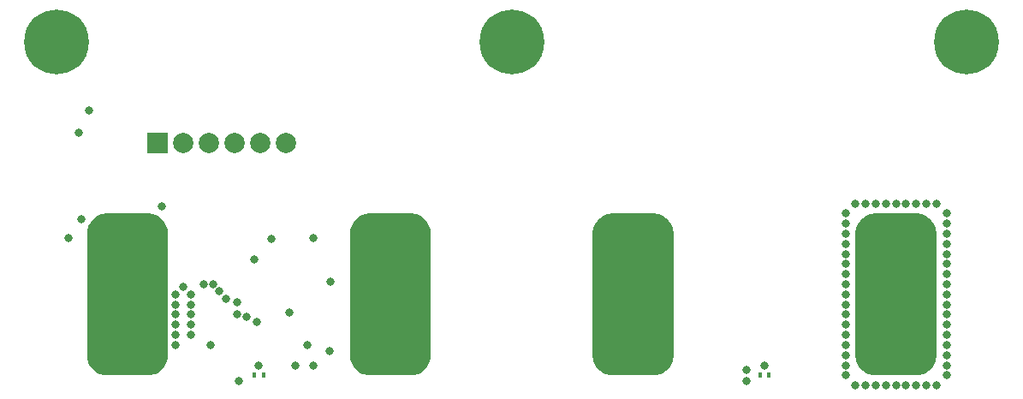
<source format=gbs>
G04 #@! TF.GenerationSoftware,KiCad,Pcbnew,5.0-dev-unknown-bc6763e~61~ubuntu16.04.1*
G04 #@! TF.CreationDate,2018-04-03T01:47:12-04:00*
G04 #@! TF.ProjectId,SB-4S5A,53422D345335412E6B696361645F7063,rev?*
G04 #@! TF.SameCoordinates,Original*
G04 #@! TF.FileFunction,Soldermask,Bot*
G04 #@! TF.FilePolarity,Negative*
%FSLAX46Y46*%
G04 Gerber Fmt 4.6, Leading zero omitted, Abs format (unit mm)*
G04 Created by KiCad (PCBNEW 5.0-dev-unknown-bc6763e~61~ubuntu16.04.1) date Tue Apr  3 01:47:12 2018*
%MOMM*%
%LPD*%
G01*
G04 APERTURE LIST*
%ADD10C,6.400000*%
%ADD11C,0.100000*%
%ADD12C,8.000000*%
%ADD13R,0.400000X0.600000*%
%ADD14C,2.000000*%
%ADD15R,2.000000X2.000000*%
%ADD16C,0.800000*%
G04 APERTURE END LIST*
D10*
X75000000Y-65000000D03*
X120000000Y-65000000D03*
X165000000Y-65000000D03*
D11*
G36*
X134196034Y-82009631D02*
X134390181Y-82038429D01*
X134580569Y-82086119D01*
X134765367Y-82152241D01*
X134942793Y-82236157D01*
X135111140Y-82337061D01*
X135268787Y-82453979D01*
X135414214Y-82585786D01*
X135546021Y-82731213D01*
X135662939Y-82888860D01*
X135763843Y-83057207D01*
X135847759Y-83234633D01*
X135913881Y-83419431D01*
X135961571Y-83609819D01*
X135990369Y-83803966D01*
X136000000Y-84000000D01*
X136000000Y-96000000D01*
X135990369Y-96196034D01*
X135961571Y-96390181D01*
X135913881Y-96580569D01*
X135847759Y-96765367D01*
X135763843Y-96942793D01*
X135662939Y-97111140D01*
X135546021Y-97268787D01*
X135414214Y-97414214D01*
X135268787Y-97546021D01*
X135111140Y-97662939D01*
X134942793Y-97763843D01*
X134765367Y-97847759D01*
X134580569Y-97913881D01*
X134390181Y-97961571D01*
X134196034Y-97990369D01*
X134000000Y-98000000D01*
X130000000Y-98000000D01*
X129803966Y-97990369D01*
X129609819Y-97961571D01*
X129419431Y-97913881D01*
X129234633Y-97847759D01*
X129057207Y-97763843D01*
X128888860Y-97662939D01*
X128731213Y-97546021D01*
X128585786Y-97414214D01*
X128453979Y-97268787D01*
X128337061Y-97111140D01*
X128236157Y-96942793D01*
X128152241Y-96765367D01*
X128086119Y-96580569D01*
X128038429Y-96390181D01*
X128009631Y-96196034D01*
X128000000Y-96000000D01*
X128000000Y-84000000D01*
X128009631Y-83803966D01*
X128038429Y-83609819D01*
X128086119Y-83419431D01*
X128152241Y-83234633D01*
X128236157Y-83057207D01*
X128337061Y-82888860D01*
X128453979Y-82731213D01*
X128585786Y-82585786D01*
X128731213Y-82453979D01*
X128888860Y-82337061D01*
X129057207Y-82236157D01*
X129234633Y-82152241D01*
X129419431Y-82086119D01*
X129609819Y-82038429D01*
X129803966Y-82009631D01*
X130000000Y-82000000D01*
X134000000Y-82000000D01*
X134196034Y-82009631D01*
X134196034Y-82009631D01*
G37*
D12*
X132000000Y-90000000D03*
D11*
G36*
X160196034Y-82009631D02*
X160390181Y-82038429D01*
X160580569Y-82086119D01*
X160765367Y-82152241D01*
X160942793Y-82236157D01*
X161111140Y-82337061D01*
X161268787Y-82453979D01*
X161414214Y-82585786D01*
X161546021Y-82731213D01*
X161662939Y-82888860D01*
X161763843Y-83057207D01*
X161847759Y-83234633D01*
X161913881Y-83419431D01*
X161961571Y-83609819D01*
X161990369Y-83803966D01*
X162000000Y-84000000D01*
X162000000Y-96000000D01*
X161990369Y-96196034D01*
X161961571Y-96390181D01*
X161913881Y-96580569D01*
X161847759Y-96765367D01*
X161763843Y-96942793D01*
X161662939Y-97111140D01*
X161546021Y-97268787D01*
X161414214Y-97414214D01*
X161268787Y-97546021D01*
X161111140Y-97662939D01*
X160942793Y-97763843D01*
X160765367Y-97847759D01*
X160580569Y-97913881D01*
X160390181Y-97961571D01*
X160196034Y-97990369D01*
X160000000Y-98000000D01*
X156000000Y-98000000D01*
X155803966Y-97990369D01*
X155609819Y-97961571D01*
X155419431Y-97913881D01*
X155234633Y-97847759D01*
X155057207Y-97763843D01*
X154888860Y-97662939D01*
X154731213Y-97546021D01*
X154585786Y-97414214D01*
X154453979Y-97268787D01*
X154337061Y-97111140D01*
X154236157Y-96942793D01*
X154152241Y-96765367D01*
X154086119Y-96580569D01*
X154038429Y-96390181D01*
X154009631Y-96196034D01*
X154000000Y-96000000D01*
X154000000Y-84000000D01*
X154009631Y-83803966D01*
X154038429Y-83609819D01*
X154086119Y-83419431D01*
X154152241Y-83234633D01*
X154236157Y-83057207D01*
X154337061Y-82888860D01*
X154453979Y-82731213D01*
X154585786Y-82585786D01*
X154731213Y-82453979D01*
X154888860Y-82337061D01*
X155057207Y-82236157D01*
X155234633Y-82152241D01*
X155419431Y-82086119D01*
X155609819Y-82038429D01*
X155803966Y-82009631D01*
X156000000Y-82000000D01*
X160000000Y-82000000D01*
X160196034Y-82009631D01*
X160196034Y-82009631D01*
G37*
D12*
X158000000Y-90000000D03*
D11*
G36*
X84196034Y-82009631D02*
X84390181Y-82038429D01*
X84580569Y-82086119D01*
X84765367Y-82152241D01*
X84942793Y-82236157D01*
X85111140Y-82337061D01*
X85268787Y-82453979D01*
X85414214Y-82585786D01*
X85546021Y-82731213D01*
X85662939Y-82888860D01*
X85763843Y-83057207D01*
X85847759Y-83234633D01*
X85913881Y-83419431D01*
X85961571Y-83609819D01*
X85990369Y-83803966D01*
X86000000Y-84000000D01*
X86000000Y-96000000D01*
X85990369Y-96196034D01*
X85961571Y-96390181D01*
X85913881Y-96580569D01*
X85847759Y-96765367D01*
X85763843Y-96942793D01*
X85662939Y-97111140D01*
X85546021Y-97268787D01*
X85414214Y-97414214D01*
X85268787Y-97546021D01*
X85111140Y-97662939D01*
X84942793Y-97763843D01*
X84765367Y-97847759D01*
X84580569Y-97913881D01*
X84390181Y-97961571D01*
X84196034Y-97990369D01*
X84000000Y-98000000D01*
X80000000Y-98000000D01*
X79803966Y-97990369D01*
X79609819Y-97961571D01*
X79419431Y-97913881D01*
X79234633Y-97847759D01*
X79057207Y-97763843D01*
X78888860Y-97662939D01*
X78731213Y-97546021D01*
X78585786Y-97414214D01*
X78453979Y-97268787D01*
X78337061Y-97111140D01*
X78236157Y-96942793D01*
X78152241Y-96765367D01*
X78086119Y-96580569D01*
X78038429Y-96390181D01*
X78009631Y-96196034D01*
X78000000Y-96000000D01*
X78000000Y-84000000D01*
X78009631Y-83803966D01*
X78038429Y-83609819D01*
X78086119Y-83419431D01*
X78152241Y-83234633D01*
X78236157Y-83057207D01*
X78337061Y-82888860D01*
X78453979Y-82731213D01*
X78585786Y-82585786D01*
X78731213Y-82453979D01*
X78888860Y-82337061D01*
X79057207Y-82236157D01*
X79234633Y-82152241D01*
X79419431Y-82086119D01*
X79609819Y-82038429D01*
X79803966Y-82009631D01*
X80000000Y-82000000D01*
X84000000Y-82000000D01*
X84196034Y-82009631D01*
X84196034Y-82009631D01*
G37*
D12*
X82000000Y-90000000D03*
D11*
G36*
X110196034Y-82009631D02*
X110390181Y-82038429D01*
X110580569Y-82086119D01*
X110765367Y-82152241D01*
X110942793Y-82236157D01*
X111111140Y-82337061D01*
X111268787Y-82453979D01*
X111414214Y-82585786D01*
X111546021Y-82731213D01*
X111662939Y-82888860D01*
X111763843Y-83057207D01*
X111847759Y-83234633D01*
X111913881Y-83419431D01*
X111961571Y-83609819D01*
X111990369Y-83803966D01*
X112000000Y-84000000D01*
X112000000Y-96000000D01*
X111990369Y-96196034D01*
X111961571Y-96390181D01*
X111913881Y-96580569D01*
X111847759Y-96765367D01*
X111763843Y-96942793D01*
X111662939Y-97111140D01*
X111546021Y-97268787D01*
X111414214Y-97414214D01*
X111268787Y-97546021D01*
X111111140Y-97662939D01*
X110942793Y-97763843D01*
X110765367Y-97847759D01*
X110580569Y-97913881D01*
X110390181Y-97961571D01*
X110196034Y-97990369D01*
X110000000Y-98000000D01*
X106000000Y-98000000D01*
X105803966Y-97990369D01*
X105609819Y-97961571D01*
X105419431Y-97913881D01*
X105234633Y-97847759D01*
X105057207Y-97763843D01*
X104888860Y-97662939D01*
X104731213Y-97546021D01*
X104585786Y-97414214D01*
X104453979Y-97268787D01*
X104337061Y-97111140D01*
X104236157Y-96942793D01*
X104152241Y-96765367D01*
X104086119Y-96580569D01*
X104038429Y-96390181D01*
X104009631Y-96196034D01*
X104000000Y-96000000D01*
X104000000Y-84000000D01*
X104009631Y-83803966D01*
X104038429Y-83609819D01*
X104086119Y-83419431D01*
X104152241Y-83234633D01*
X104236157Y-83057207D01*
X104337061Y-82888860D01*
X104453979Y-82731213D01*
X104585786Y-82585786D01*
X104731213Y-82453979D01*
X104888860Y-82337061D01*
X105057207Y-82236157D01*
X105234633Y-82152241D01*
X105419431Y-82086119D01*
X105609819Y-82038429D01*
X105803966Y-82009631D01*
X106000000Y-82000000D01*
X110000000Y-82000000D01*
X110196034Y-82009631D01*
X110196034Y-82009631D01*
G37*
D12*
X108000000Y-90000000D03*
D13*
X144550000Y-98000000D03*
X145450000Y-98000000D03*
X95450000Y-98000000D03*
X94550000Y-98000000D03*
D14*
X97700000Y-75000000D03*
X95160000Y-75000000D03*
X92620000Y-75000000D03*
X90080000Y-75000000D03*
X87540000Y-75000000D03*
D15*
X85000000Y-75000000D03*
D16*
X90199990Y-95000000D03*
X102067992Y-88750000D03*
X85400000Y-81250000D03*
X100390104Y-84429149D03*
X153000000Y-85000000D03*
X145000000Y-97000000D03*
X95000000Y-97000000D03*
X94500000Y-86500000D03*
X98000000Y-91750000D03*
X92800000Y-90800000D03*
X93000000Y-98600000D03*
X143200000Y-98600000D03*
X92800000Y-92000000D03*
X93800000Y-92200000D03*
X143250000Y-97500000D03*
X94750000Y-92750000D03*
X153000000Y-98000000D03*
X153000000Y-97000000D03*
X153000000Y-96000000D03*
X153000000Y-95000000D03*
X153000000Y-94000000D03*
X153000000Y-93000000D03*
X153000000Y-92000000D03*
X153000000Y-91000000D03*
X153000000Y-90000000D03*
X153000000Y-89000000D03*
X153000000Y-88000000D03*
X153000000Y-87000000D03*
X153000000Y-86000000D03*
X153000000Y-84000000D03*
X153000000Y-83000000D03*
X153000000Y-82000000D03*
X154000000Y-81000000D03*
X155000000Y-81000000D03*
X156000000Y-81000000D03*
X157000000Y-81000000D03*
X158000000Y-81000000D03*
X159000000Y-81000000D03*
X160000000Y-81000000D03*
X161000000Y-81000000D03*
X162000000Y-81000000D03*
X163000000Y-82000000D03*
X163000000Y-83000000D03*
X163000000Y-84000000D03*
X163000000Y-85000000D03*
X163000000Y-86000000D03*
X163000000Y-87000000D03*
X163000000Y-88000000D03*
X163000000Y-89000000D03*
X163000000Y-90000000D03*
X163000000Y-91000000D03*
X163000000Y-92000000D03*
X163000000Y-93000000D03*
X163000000Y-94000000D03*
X163000000Y-95000000D03*
X163000000Y-96000000D03*
X163000000Y-97000000D03*
X163000000Y-98000000D03*
X162000000Y-99000000D03*
X161000000Y-99000000D03*
X160000000Y-99000000D03*
X159000000Y-99000000D03*
X158000000Y-99000000D03*
X157000000Y-99000000D03*
X156000000Y-99000000D03*
X155000000Y-99000000D03*
X154000000Y-99000000D03*
X96200000Y-84550000D03*
X88250000Y-94000000D03*
X88250000Y-93000000D03*
X88250000Y-92000000D03*
X88250000Y-91000000D03*
X88250000Y-90000000D03*
X86750000Y-90000000D03*
X86750000Y-91000000D03*
X86750000Y-92000000D03*
X86750000Y-93000000D03*
X86750000Y-94000000D03*
X86750000Y-95000000D03*
X87500000Y-89250000D03*
X90450000Y-89000000D03*
X89500000Y-89000000D03*
X91100000Y-89700000D03*
X91750000Y-90400000D03*
X102000000Y-95600000D03*
X76200000Y-84400000D03*
X99800000Y-95000000D03*
X77400000Y-82600000D03*
X100400000Y-97000000D03*
X78200000Y-71800000D03*
X77200000Y-74000000D03*
X98600000Y-97000000D03*
M02*

</source>
